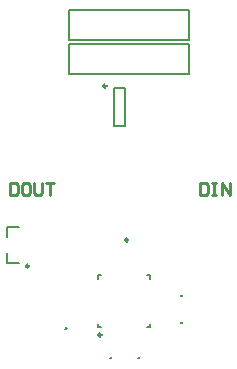
<source format=gto>
G04*
G04 #@! TF.GenerationSoftware,Altium Limited,Altium Designer,20.0.9 (164)*
G04*
G04 Layer_Color=65535*
%FSLAX25Y25*%
%MOIN*%
G70*
G01*
G75*
%ADD10C,0.01000*%
%ADD11C,0.00984*%
%ADD12C,0.00787*%
D10*
X303780Y357382D02*
G03*
X303780Y357382I-236J0D01*
G01*
X318740Y347539D02*
G03*
X318740Y347539I-236J0D01*
G01*
X327992D02*
G03*
X327992Y347539I-236J0D01*
G01*
X342206Y359154D02*
G03*
X342206Y359154I-236J0D01*
G01*
X342165Y368209D02*
G03*
X342165Y368209I-236J0D01*
G01*
X285154Y405822D02*
Y401886D01*
X287121D01*
X287777Y402542D01*
Y405166D01*
X287121Y405822D01*
X285154D01*
X291057D02*
X289745D01*
X289089Y405166D01*
Y402542D01*
X289745Y401886D01*
X291057D01*
X291713Y402542D01*
Y405166D01*
X291057Y405822D01*
X293025D02*
Y402542D01*
X293681Y401886D01*
X294993D01*
X295649Y402542D01*
Y405822D01*
X296961D02*
X299585D01*
X298273D01*
Y401886D01*
X348441Y405822D02*
Y401886D01*
X350409D01*
X351065Y402542D01*
Y405166D01*
X350409Y405822D01*
X348441D01*
X352377D02*
X353689D01*
X353033D01*
Y401886D01*
X352377D01*
X353689D01*
X355657D02*
Y405822D01*
X358280Y401886D01*
Y405822D01*
D11*
X317126Y438189D02*
G03*
X317126Y438189I-492J0D01*
G01*
X315453Y355217D02*
G03*
X315453Y355217I-492J0D01*
G01*
X291339Y378150D02*
G03*
X291339Y378150I-492J0D01*
G01*
X324428Y386877D02*
G03*
X324428Y386877I-492J0D01*
G01*
D12*
X344823Y453661D02*
Y463661D01*
X304823Y453661D02*
X344823Y453661D01*
X304823Y463661D02*
X344823Y463661D01*
X304823Y453661D02*
Y463661D01*
X319783Y424902D02*
X323327D01*
X319783Y437500D02*
X323327D01*
X323327Y424902D01*
X319783D02*
X319783Y437500D01*
X331693Y357776D02*
Y358917D01*
X330551Y357776D02*
X331693D01*
Y373957D02*
Y375098D01*
X330551D02*
X331693D01*
X314370D02*
X315512D01*
X314370Y373957D02*
Y375098D01*
Y357776D02*
Y358917D01*
Y357776D02*
X315512D01*
X283957Y387795D02*
Y391043D01*
X287894D01*
X283957Y379232D02*
Y382480D01*
Y379232D02*
X287894D01*
X344783Y442343D02*
Y452343D01*
X304784Y442343D02*
X344783Y442343D01*
X304784Y452343D02*
X344783Y452343D01*
X304784Y442343D02*
Y452343D01*
M02*

</source>
